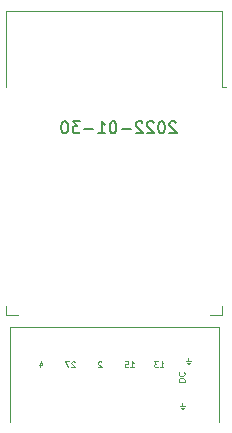
<source format=gbr>
%TF.GenerationSoftware,KiCad,Pcbnew,(6.0.1-0)*%
%TF.CreationDate,2022-01-30T10:46:31+00:00*%
%TF.ProjectId,Generic,47656e65-7269-4632-9e6b-696361645f70,6*%
%TF.SameCoordinates,Original*%
%TF.FileFunction,Legend,Bot*%
%TF.FilePolarity,Positive*%
%FSLAX46Y46*%
G04 Gerber Fmt 4.6, Leading zero omitted, Abs format (unit mm)*
G04 Created by KiCad (PCBNEW (6.0.1-0)) date 2022-01-30 10:46:31*
%MOMM*%
%LPD*%
G01*
G04 APERTURE LIST*
%ADD10C,0.080000*%
%ADD11C,0.150000*%
%ADD12C,0.120000*%
G04 APERTURE END LIST*
D10*
X133238095Y-121940476D02*
X132761904Y-121940476D01*
X133142857Y-122083333D02*
X132857142Y-122083333D01*
X133000000Y-121726190D02*
X133000000Y-121940476D01*
X132952380Y-122226190D02*
X133047619Y-122226190D01*
X132173809Y-123680952D02*
X132673809Y-123680952D01*
X132673809Y-123561904D01*
X132650000Y-123490476D01*
X132602380Y-123442857D01*
X132554761Y-123419047D01*
X132459523Y-123395238D01*
X132388095Y-123395238D01*
X132292857Y-123419047D01*
X132245238Y-123442857D01*
X132197619Y-123490476D01*
X132173809Y-123561904D01*
X132173809Y-123680952D01*
X132221428Y-122895238D02*
X132197619Y-122919047D01*
X132173809Y-122990476D01*
X132173809Y-123038095D01*
X132197619Y-123109523D01*
X132245238Y-123157142D01*
X132292857Y-123180952D01*
X132388095Y-123204761D01*
X132459523Y-123204761D01*
X132554761Y-123180952D01*
X132602380Y-123157142D01*
X132650000Y-123109523D01*
X132673809Y-123038095D01*
X132673809Y-122990476D01*
X132650000Y-122919047D01*
X132626190Y-122895238D01*
X125642857Y-122023809D02*
X125619047Y-122000000D01*
X125571428Y-121976190D01*
X125452380Y-121976190D01*
X125404761Y-122000000D01*
X125380952Y-122023809D01*
X125357142Y-122071428D01*
X125357142Y-122119047D01*
X125380952Y-122190476D01*
X125666666Y-122476190D01*
X125357142Y-122476190D01*
X128095238Y-122476190D02*
X128380952Y-122476190D01*
X128238095Y-122476190D02*
X128238095Y-121976190D01*
X128285714Y-122047619D01*
X128333333Y-122095238D01*
X128380952Y-122119047D01*
X127642857Y-121976190D02*
X127880952Y-121976190D01*
X127904761Y-122214285D01*
X127880952Y-122190476D01*
X127833333Y-122166666D01*
X127714285Y-122166666D01*
X127666666Y-122190476D01*
X127642857Y-122214285D01*
X127619047Y-122261904D01*
X127619047Y-122380952D01*
X127642857Y-122428571D01*
X127666666Y-122452380D01*
X127714285Y-122476190D01*
X127833333Y-122476190D01*
X127880952Y-122452380D01*
X127904761Y-122428571D01*
D11*
X131957142Y-101747619D02*
X131909523Y-101700000D01*
X131814285Y-101652380D01*
X131576190Y-101652380D01*
X131480952Y-101700000D01*
X131433333Y-101747619D01*
X131385714Y-101842857D01*
X131385714Y-101938095D01*
X131433333Y-102080952D01*
X132004761Y-102652380D01*
X131385714Y-102652380D01*
X130766666Y-101652380D02*
X130671428Y-101652380D01*
X130576190Y-101700000D01*
X130528571Y-101747619D01*
X130480952Y-101842857D01*
X130433333Y-102033333D01*
X130433333Y-102271428D01*
X130480952Y-102461904D01*
X130528571Y-102557142D01*
X130576190Y-102604761D01*
X130671428Y-102652380D01*
X130766666Y-102652380D01*
X130861904Y-102604761D01*
X130909523Y-102557142D01*
X130957142Y-102461904D01*
X131004761Y-102271428D01*
X131004761Y-102033333D01*
X130957142Y-101842857D01*
X130909523Y-101747619D01*
X130861904Y-101700000D01*
X130766666Y-101652380D01*
X130052380Y-101747619D02*
X130004761Y-101700000D01*
X129909523Y-101652380D01*
X129671428Y-101652380D01*
X129576190Y-101700000D01*
X129528571Y-101747619D01*
X129480952Y-101842857D01*
X129480952Y-101938095D01*
X129528571Y-102080952D01*
X130100000Y-102652380D01*
X129480952Y-102652380D01*
X129100000Y-101747619D02*
X129052380Y-101700000D01*
X128957142Y-101652380D01*
X128719047Y-101652380D01*
X128623809Y-101700000D01*
X128576190Y-101747619D01*
X128528571Y-101842857D01*
X128528571Y-101938095D01*
X128576190Y-102080952D01*
X129147619Y-102652380D01*
X128528571Y-102652380D01*
X128100000Y-102271428D02*
X127338095Y-102271428D01*
X126671428Y-101652380D02*
X126576190Y-101652380D01*
X126480952Y-101700000D01*
X126433333Y-101747619D01*
X126385714Y-101842857D01*
X126338095Y-102033333D01*
X126338095Y-102271428D01*
X126385714Y-102461904D01*
X126433333Y-102557142D01*
X126480952Y-102604761D01*
X126576190Y-102652380D01*
X126671428Y-102652380D01*
X126766666Y-102604761D01*
X126814285Y-102557142D01*
X126861904Y-102461904D01*
X126909523Y-102271428D01*
X126909523Y-102033333D01*
X126861904Y-101842857D01*
X126814285Y-101747619D01*
X126766666Y-101700000D01*
X126671428Y-101652380D01*
X125385714Y-102652380D02*
X125957142Y-102652380D01*
X125671428Y-102652380D02*
X125671428Y-101652380D01*
X125766666Y-101795238D01*
X125861904Y-101890476D01*
X125957142Y-101938095D01*
X124957142Y-102271428D02*
X124195238Y-102271428D01*
X123814285Y-101652380D02*
X123195238Y-101652380D01*
X123528571Y-102033333D01*
X123385714Y-102033333D01*
X123290476Y-102080952D01*
X123242857Y-102128571D01*
X123195238Y-102223809D01*
X123195238Y-102461904D01*
X123242857Y-102557142D01*
X123290476Y-102604761D01*
X123385714Y-102652380D01*
X123671428Y-102652380D01*
X123766666Y-102604761D01*
X123814285Y-102557142D01*
X122576190Y-101652380D02*
X122480952Y-101652380D01*
X122385714Y-101700000D01*
X122338095Y-101747619D01*
X122290476Y-101842857D01*
X122242857Y-102033333D01*
X122242857Y-102271428D01*
X122290476Y-102461904D01*
X122338095Y-102557142D01*
X122385714Y-102604761D01*
X122480952Y-102652380D01*
X122576190Y-102652380D01*
X122671428Y-102604761D01*
X122719047Y-102557142D01*
X122766666Y-102461904D01*
X122814285Y-102271428D01*
X122814285Y-102033333D01*
X122766666Y-101842857D01*
X122719047Y-101747619D01*
X122671428Y-101700000D01*
X122576190Y-101652380D01*
D10*
X132738095Y-125740476D02*
X132261904Y-125740476D01*
X132642857Y-125883333D02*
X132357142Y-125883333D01*
X132500000Y-125526190D02*
X132500000Y-125740476D01*
X132452380Y-126026190D02*
X132547619Y-126026190D01*
X123380952Y-122023809D02*
X123357142Y-122000000D01*
X123309523Y-121976190D01*
X123190476Y-121976190D01*
X123142857Y-122000000D01*
X123119047Y-122023809D01*
X123095238Y-122071428D01*
X123095238Y-122119047D01*
X123119047Y-122190476D01*
X123404761Y-122476190D01*
X123095238Y-122476190D01*
X122928571Y-121976190D02*
X122595238Y-121976190D01*
X122809523Y-122476190D01*
X130595238Y-122476190D02*
X130880952Y-122476190D01*
X130738095Y-122476190D02*
X130738095Y-121976190D01*
X130785714Y-122047619D01*
X130833333Y-122095238D01*
X130880952Y-122119047D01*
X130428571Y-121976190D02*
X130119047Y-121976190D01*
X130285714Y-122166666D01*
X130214285Y-122166666D01*
X130166666Y-122190476D01*
X130142857Y-122214285D01*
X130119047Y-122261904D01*
X130119047Y-122380952D01*
X130142857Y-122428571D01*
X130166666Y-122452380D01*
X130214285Y-122476190D01*
X130357142Y-122476190D01*
X130404761Y-122452380D01*
X130428571Y-122428571D01*
X120404761Y-122142857D02*
X120404761Y-122476190D01*
X120523809Y-121952380D02*
X120642857Y-122309523D01*
X120333333Y-122309523D01*
D12*
%TO.C,J1*%
X135570000Y-119100000D02*
X135570000Y-127100000D01*
X117870000Y-119100000D02*
X117870000Y-127100000D01*
X135570000Y-119100000D02*
X117870000Y-119100000D01*
%TO.C,U1*%
X135820000Y-117250000D02*
X135820000Y-118030000D01*
X135820000Y-118030000D02*
X134820000Y-118030000D01*
X135820000Y-92285000D02*
X135820000Y-98705000D01*
X117580000Y-92285000D02*
X117580000Y-98705000D01*
X117580000Y-117250000D02*
X117580000Y-118030000D01*
X135820000Y-92285000D02*
X117580000Y-92285000D01*
X117580000Y-118030000D02*
X118580000Y-118030000D01*
X135820000Y-98705000D02*
X136200000Y-98705000D01*
%TD*%
M02*

</source>
